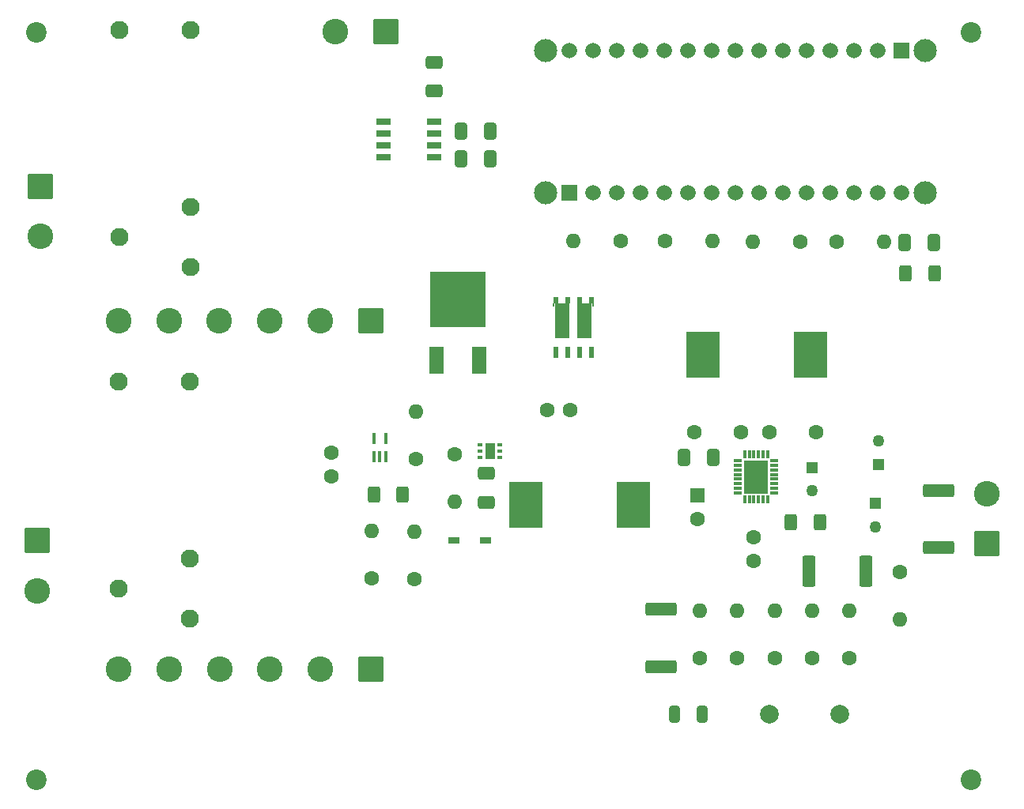
<source format=gbr>
%TF.GenerationSoftware,KiCad,Pcbnew,7.0.8*%
%TF.CreationDate,2024-02-23T11:13:45-06:00*%
%TF.ProjectId,ChargeController_Main,43686172-6765-4436-9f6e-74726f6c6c65,rev?*%
%TF.SameCoordinates,Original*%
%TF.FileFunction,Soldermask,Top*%
%TF.FilePolarity,Negative*%
%FSLAX46Y46*%
G04 Gerber Fmt 4.6, Leading zero omitted, Abs format (unit mm)*
G04 Created by KiCad (PCBNEW 7.0.8) date 2024-02-23 11:13:45*
%MOMM*%
%LPD*%
G01*
G04 APERTURE LIST*
G04 Aperture macros list*
%AMRoundRect*
0 Rectangle with rounded corners*
0 $1 Rounding radius*
0 $2 $3 $4 $5 $6 $7 $8 $9 X,Y pos of 4 corners*
0 Add a 4 corners polygon primitive as box body*
4,1,4,$2,$3,$4,$5,$6,$7,$8,$9,$2,$3,0*
0 Add four circle primitives for the rounded corners*
1,1,$1+$1,$2,$3*
1,1,$1+$1,$4,$5*
1,1,$1+$1,$6,$7*
1,1,$1+$1,$8,$9*
0 Add four rect primitives between the rounded corners*
20,1,$1+$1,$2,$3,$4,$5,0*
20,1,$1+$1,$4,$5,$6,$7,0*
20,1,$1+$1,$6,$7,$8,$9,0*
20,1,$1+$1,$8,$9,$2,$3,0*%
G04 Aperture macros list end*
%ADD10C,1.600000*%
%ADD11O,1.600000X1.600000*%
%ADD12R,0.600000X0.350000*%
%ADD13R,1.100000X1.700000*%
%ADD14C,2.200000*%
%ADD15RoundRect,0.250000X1.125000X1.125000X-1.125000X1.125000X-1.125000X-1.125000X1.125000X-1.125000X0*%
%ADD16C,2.750000*%
%ADD17RoundRect,0.250000X1.125000X-1.125000X1.125000X1.125000X-1.125000X1.125000X-1.125000X-1.125000X0*%
%ADD18R,1.275000X1.275000*%
%ADD19C,1.275000*%
%ADD20RoundRect,0.250000X-0.400000X-0.625000X0.400000X-0.625000X0.400000X0.625000X-0.400000X0.625000X0*%
%ADD21RoundRect,0.250000X-0.412500X-0.650000X0.412500X-0.650000X0.412500X0.650000X-0.412500X0.650000X0*%
%ADD22RoundRect,0.249999X1.425001X-0.450001X1.425001X0.450001X-1.425001X0.450001X-1.425001X-0.450001X0*%
%ADD23R,1.665000X1.665000*%
%ADD24C,1.665000*%
%ADD25C,2.475000*%
%ADD26C,1.950000*%
%ADD27R,1.600000X1.600000*%
%ADD28RoundRect,0.250000X-1.125000X1.125000X-1.125000X-1.125000X1.125000X-1.125000X1.125000X1.125000X0*%
%ADD29R,0.850000X0.300000*%
%ADD30R,0.300000X0.850000*%
%ADD31R,2.650000X3.650000*%
%ADD32R,1.525000X0.650000*%
%ADD33R,3.550000X4.900000*%
%ADD34RoundRect,0.250000X0.650000X-0.412500X0.650000X0.412500X-0.650000X0.412500X-0.650000X-0.412500X0*%
%ADD35C,2.000000*%
%ADD36R,1.200000X0.750000*%
%ADD37R,1.600000X3.000000*%
%ADD38R,6.000000X6.000000*%
%ADD39RoundRect,0.250000X-0.650000X0.412500X-0.650000X-0.412500X0.650000X-0.412500X0.650000X0.412500X0*%
%ADD40R,0.450000X1.200000*%
%ADD41RoundRect,0.250000X0.400000X0.625000X-0.400000X0.625000X-0.400000X-0.625000X0.400000X-0.625000X0*%
%ADD42RoundRect,0.249999X-0.450001X-1.425001X0.450001X-1.425001X0.450001X1.425001X-0.450001X1.425001X0*%
%ADD43R,0.610000X1.270000*%
%ADD44R,0.610000X0.710000*%
%ADD45R,1.650000X3.810000*%
%ADD46R,0.230000X0.310000*%
%ADD47RoundRect,0.250000X-0.325000X-0.650000X0.325000X-0.650000X0.325000X0.650000X-0.325000X0.650000X0*%
G04 APERTURE END LIST*
D10*
%TO.C,R1*%
X75844400Y-93503800D03*
D11*
X75844400Y-88423800D03*
%TD*%
D12*
%TO.C,PS1*%
X87485800Y-79197200D03*
X87485800Y-79847200D03*
X87485800Y-80497200D03*
X89585800Y-80497200D03*
X89585800Y-79847200D03*
X89585800Y-79197200D03*
D13*
X88535800Y-79847200D03*
%TD*%
D14*
%TO.C,H1*%
X40000000Y-115036238D03*
%TD*%
D15*
%TO.C,J3*%
X75778200Y-103225600D03*
D16*
X70378200Y-103225600D03*
X64978200Y-103225600D03*
X59578200Y-103225600D03*
X54178200Y-103225600D03*
X48778200Y-103225600D03*
%TD*%
D17*
%TO.C,J1*%
X141706600Y-89789000D03*
D16*
X141706600Y-84389000D03*
%TD*%
D18*
%TO.C,C1*%
X130098800Y-81285000D03*
D19*
X130098800Y-78785000D03*
%TD*%
D20*
%TO.C,R20*%
X133044600Y-60833000D03*
X136144600Y-60833000D03*
%TD*%
D10*
%TO.C,C5*%
X116789200Y-91577800D03*
X116789200Y-89077800D03*
%TD*%
%TO.C,R2*%
X80568800Y-80727600D03*
D11*
X80568800Y-75647600D03*
%TD*%
D10*
%TO.C,C8*%
X115411800Y-77800200D03*
X110411800Y-77800200D03*
%TD*%
D21*
%TO.C,C13*%
X85430900Y-48515800D03*
X88555900Y-48515800D03*
%TD*%
D22*
%TO.C,R8*%
X136601200Y-90146600D03*
X136601200Y-84046600D03*
%TD*%
D23*
%TO.C,IC2*%
X97034600Y-52197000D03*
D24*
X99574600Y-52197000D03*
X102114600Y-52197000D03*
X104654600Y-52197000D03*
X107194600Y-52197000D03*
X109734600Y-52197000D03*
X112274600Y-52197000D03*
X114814600Y-52197000D03*
X117354600Y-52197000D03*
X119894600Y-52197000D03*
X122434600Y-52197000D03*
X124974600Y-52197000D03*
X127514600Y-52197000D03*
X130054600Y-52197000D03*
X132594600Y-52197000D03*
D23*
X132594600Y-36957000D03*
D24*
X130054600Y-36957000D03*
X127514600Y-36957000D03*
X124974600Y-36957000D03*
X122434600Y-36957000D03*
X119894600Y-36957000D03*
X117354600Y-36957000D03*
X114814600Y-36957000D03*
X112274600Y-36957000D03*
X109734600Y-36957000D03*
X107194600Y-36957000D03*
X104654600Y-36957000D03*
X102114600Y-36957000D03*
X99574600Y-36957000D03*
X97034600Y-36957000D03*
D25*
X94494600Y-52197000D03*
X94494600Y-36957000D03*
X135134600Y-36957000D03*
X135134600Y-52197000D03*
%TD*%
D10*
%TO.C,R19*%
X84751200Y-80196400D03*
D11*
X84751200Y-85276400D03*
%TD*%
D26*
%TO.C,K1*%
X48765400Y-72388800D03*
X48765400Y-94588800D03*
X56385400Y-97788800D03*
X56385400Y-91388800D03*
X56385400Y-72388800D03*
%TD*%
D10*
%TO.C,R7*%
X127000000Y-102000000D03*
D11*
X127000000Y-96920000D03*
%TD*%
D10*
%TO.C,C16*%
X97135000Y-75412600D03*
X94635000Y-75412600D03*
%TD*%
%TO.C,R16*%
X102520800Y-57353200D03*
D11*
X97440800Y-57353200D03*
%TD*%
D10*
%TO.C,R9*%
X132384800Y-92805200D03*
D11*
X132384800Y-97885200D03*
%TD*%
D10*
%TO.C,R4*%
X125647400Y-57378600D03*
D11*
X130727400Y-57378600D03*
%TD*%
D27*
%TO.C,C9*%
X110767400Y-84607400D03*
D10*
X110767400Y-87107400D03*
%TD*%
D28*
%TO.C,J5*%
X40053200Y-89407600D03*
D16*
X40053200Y-94807600D03*
%TD*%
D10*
%TO.C,R13*%
X111000000Y-102000000D03*
D11*
X111000000Y-96920000D03*
%TD*%
D22*
%TO.C,R14*%
X106883200Y-102922800D03*
X106883200Y-96822800D03*
%TD*%
D14*
%TO.C,H4*%
X140000000Y-115036238D03*
%TD*%
D21*
%TO.C,C14*%
X85430900Y-45515800D03*
X88555900Y-45515800D03*
%TD*%
D18*
%TO.C,C3*%
X122986800Y-81599400D03*
D19*
X122986800Y-84099400D03*
%TD*%
D29*
%TO.C,IC4*%
X115091200Y-80850800D03*
X115091200Y-81350800D03*
X115091200Y-81850800D03*
X115091200Y-82350800D03*
X115091200Y-82850800D03*
X115091200Y-83350800D03*
X115091200Y-83850800D03*
X115091200Y-84350800D03*
D30*
X115791200Y-85050800D03*
X116291200Y-85050800D03*
X116791200Y-85050800D03*
X117291200Y-85050800D03*
X117791200Y-85050800D03*
X118291200Y-85050800D03*
D29*
X118991200Y-84350800D03*
X118991200Y-83850800D03*
X118991200Y-83350800D03*
X118991200Y-82850800D03*
X118991200Y-82350800D03*
X118991200Y-81850800D03*
X118991200Y-81350800D03*
X118991200Y-80850800D03*
D30*
X118291200Y-80150800D03*
X117791200Y-80150800D03*
X117291200Y-80150800D03*
X116791200Y-80150800D03*
X116291200Y-80150800D03*
X115791200Y-80150800D03*
D31*
X117041200Y-82600800D03*
%TD*%
D15*
%TO.C,J4*%
X75745200Y-65912600D03*
D16*
X70345200Y-65912600D03*
X64945200Y-65912600D03*
X59545200Y-65912600D03*
X54145200Y-65912600D03*
X48745200Y-65912600D03*
%TD*%
D21*
%TO.C,C11*%
X132962500Y-57505600D03*
X136087500Y-57505600D03*
%TD*%
D10*
%TO.C,C17*%
X71577200Y-80030000D03*
X71577200Y-82530000D03*
%TD*%
%TO.C,R11*%
X119000000Y-102000000D03*
D11*
X119000000Y-96920000D03*
%TD*%
D32*
%TO.C,IC1*%
X77165200Y-44526200D03*
X77165200Y-45796200D03*
X77165200Y-47066200D03*
X77165200Y-48336200D03*
X82589200Y-48336200D03*
X82589200Y-47066200D03*
X82589200Y-45796200D03*
X82589200Y-44526200D03*
%TD*%
D10*
%TO.C,R17*%
X80467200Y-93554600D03*
D11*
X80467200Y-88474600D03*
%TD*%
D26*
%TO.C,K2*%
X48871400Y-34699800D03*
X48871400Y-56899800D03*
X56491400Y-60099800D03*
X56491400Y-53699800D03*
X56491400Y-34699800D03*
%TD*%
D33*
%TO.C,L2*%
X92395600Y-85623400D03*
X103895600Y-85623400D03*
%TD*%
D10*
%TO.C,R3*%
X121723200Y-57378600D03*
D11*
X116643200Y-57378600D03*
%TD*%
D10*
%TO.C,R15*%
X107257800Y-57302400D03*
D11*
X112337800Y-57302400D03*
%TD*%
D34*
%TO.C,C15*%
X88104000Y-85385200D03*
X88104000Y-82260200D03*
%TD*%
D14*
%TO.C,H3*%
X40000000Y-35000000D03*
%TD*%
D35*
%TO.C,C4*%
X118449400Y-108000800D03*
X125949400Y-108000800D03*
%TD*%
D36*
%TO.C,D1*%
X84634600Y-89433400D03*
X88034600Y-89433400D03*
%TD*%
D21*
%TO.C,C10*%
X109331900Y-80518000D03*
X112456900Y-80518000D03*
%TD*%
D33*
%TO.C,L1*%
X111316600Y-69519800D03*
X122816600Y-69519800D03*
%TD*%
D37*
%TO.C,D2*%
X82764600Y-70127000D03*
D38*
X85064600Y-63627000D03*
D37*
X87364600Y-70127000D03*
%TD*%
D10*
%TO.C,R12*%
X115000000Y-102000000D03*
D11*
X115000000Y-96920000D03*
%TD*%
D10*
%TO.C,C7*%
X123412800Y-77800200D03*
X118412800Y-77800200D03*
%TD*%
D20*
%TO.C,R5*%
X120776400Y-87452200D03*
X123876400Y-87452200D03*
%TD*%
D10*
%TO.C,R6*%
X123000000Y-102000000D03*
D11*
X123000000Y-96920000D03*
%TD*%
D39*
%TO.C,C12*%
X82544200Y-38153700D03*
X82544200Y-41278700D03*
%TD*%
D18*
%TO.C,C2*%
X129819400Y-85470600D03*
D19*
X129819400Y-87970600D03*
%TD*%
D40*
%TO.C,IC3*%
X76083400Y-80426600D03*
X76733400Y-80426600D03*
X77383400Y-80426600D03*
X77383400Y-78526600D03*
X76083400Y-78526600D03*
%TD*%
D15*
%TO.C,J7*%
X77350600Y-34925000D03*
D16*
X71950600Y-34925000D03*
%TD*%
D14*
%TO.C,H2*%
X140000000Y-35000000D03*
%TD*%
D41*
%TO.C,R18*%
X79197800Y-84505800D03*
X76097800Y-84505800D03*
%TD*%
D42*
%TO.C,R10*%
X122680000Y-92710000D03*
X128780000Y-92710000D03*
%TD*%
D43*
%TO.C,Q1*%
X95554800Y-69265800D03*
X96824800Y-69265800D03*
X98094800Y-69265800D03*
X99364800Y-69265800D03*
D44*
X99364800Y-63645800D03*
X98094800Y-63645800D03*
X96824800Y-63645800D03*
X95554800Y-63645800D03*
D45*
X96304800Y-65905800D03*
X98614800Y-65905800D03*
D46*
X95364800Y-64155800D03*
X99554800Y-64155800D03*
%TD*%
D47*
%TO.C,C6*%
X108303800Y-108077000D03*
X111253800Y-108077000D03*
%TD*%
D28*
%TO.C,J6*%
X40408800Y-51444800D03*
D16*
X40408800Y-56844800D03*
%TD*%
M02*

</source>
